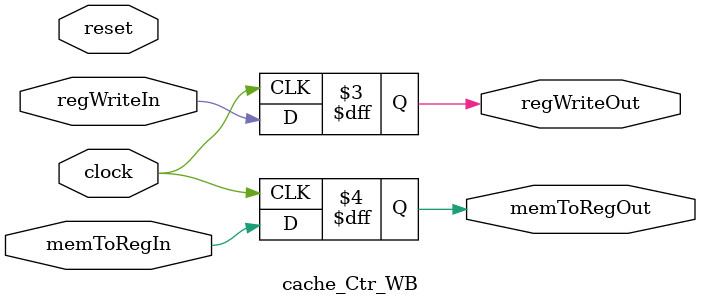
<source format=v>
`timescale 1ns / 1ps
module cache_IF_ID(clock, reset, pcIn,instIn,stall,pcOut,instOut);
	input clock;
	input reset;
	input stall;
	input [31:0] pcIn;
	input [31:0] instIn;
	output reg [31:0] pcOut;
	output reg [31:0] instOut;
	
	initial begin
		pcOut <= 0;
		instOut <= 0;
	end
	always @ (posedge clock)
	begin
		if(!stall)
		begin
		  instOut=instIn;
	    end
		pcOut = pcIn;
	end
endmodule

module cache_ID_EX(clock, reset, pcIn,dataIn1,dataIn2,extendIn,inst11_15In,inst16_20In,inst21_25In,
                                pcOut,dataOut1,dataOut2,extendOut,inst11_15Out,inst16_20Out,inst21_25Out);
	input clock;
	input reset;
	input [31:0] pcIn;
	input [31:0] dataIn1;
	input [31:0] dataIn2;
	input [31:0] extendIn;
	inout [4:0] inst11_15In;
	inout [4:0] inst16_20In;
	inout [4:0] inst21_25In;
	output reg [31:0] pcOut;
	output reg [31:0] dataOut1;
	output reg [31:0] dataOut2;
	output reg [31:0] extendOut;
	output reg [4:0] inst11_15Out;
	output reg [4:0] inst16_20Out;
	output reg [4:0] inst21_25Out;
	
	initial begin
		pcOut <= 0;
		dataOut1 <= 0;
		dataOut2 <= 0;
		extendOut <= 0;
		inst11_15Out <=0;
		inst16_20Out <= 0;
		inst21_25Out <= 0;
	end
	always @ (posedge clock)
	begin
		pcOut = pcIn;
		dataOut1 <= dataIn1;
		dataOut2 <= dataIn2;
		extendOut <= extendIn;
		inst11_15Out <= inst11_15In;
		inst16_20Out <= inst16_20In;
		inst21_25Out <= inst21_25In;
	end
endmodule

module cache_EX_MEM(clock, reset, addResIn, ALUresIn, zeroIn, readData2In, regAddrIn, 
                                addResOut,ALUresOut,zeroOut,readData2Out,regAddrOut);
	input clock;
	input reset;
	input zeroIn;
	input [31:0] addResIn;
	input [31:0] ALUresIn;
	input [31:0] readData2In;
	input [31:0] regAddrIn;
	output reg zeroOut;
	output reg [31:0] addResOut;
	output reg [31:0] ALUresOut;
	output reg [31:0] readData2Out;
	output reg [31:0] regAddrOut;
	
	initial begin
		zeroOut <= 0;
		addResOut <= 0;
		ALUresOut <= 0;
		readData2Out<=0;
		regAddrOut <= 0;
	end
	always @ (posedge clock)
	begin
		zeroOut <= zeroIn;
		addResOut <= addResIn;
		ALUresOut <= ALUresIn;
		readData2Out<=readData2In;
		regAddrOut <= regAddrIn;
	end
endmodule

module cache_MEM_WB(clock, reset, memDataIn, ALUresIn,regAddrIn, memDataOut, ALUresOut,regAddrOut);
	input clock;
	input reset;
	input [31:0] memDataIn;
	input [31:0] ALUresIn;
	input [31:0] regAddrIn;
	output reg [31:0] memDataOut;
	output reg [31:0] ALUresOut;
	output reg [31:0] regAddrOut;
	
	initial begin
		memDataOut <= 0;
		ALUresOut <= 0;
		regAddrOut <= 0;
	end
	always @ (posedge clock)
	begin
		memDataOut <= memDataIn;
		ALUresOut <= ALUresIn;
		regAddrOut <= regAddrIn;
	end
endmodule

module cache_Ctr_EX(clock, reset, regDstIn, AluOpIn, AluSrcIn, regDstOut, AluOpOut, AluSrcOut);
	input clock;
	input reset;
	input regDstIn;
	input [2:0] AluOpIn;
	input AluSrcIn;
	output reg regDstOut;
	output reg [2:0] AluOpOut;
	output reg AluSrcOut;
	
	initial begin
		regDstOut = 0;
		AluOpOut = 0;
		AluSrcOut = 0;
	end
	
	always @ (posedge clock)
	begin
		regDstOut = regDstIn;
		AluOpOut = AluOpIn;
		AluSrcOut = AluSrcIn;
	end
endmodule

module cache_Ctr_MEM(clock, reset, branchIn, memReadIn, memWriteIn, branchOut, memReadOut, memWriteOut);
	input clock;
	input reset;
	input branchIn;
	input memReadIn;
	input memWriteIn;
	output reg branchOut;
	output reg memReadOut;
	output reg memWriteOut;
	
	initial begin
		branchOut = 0;
		memReadOut = 0;
		memWriteOut = 0;
	end	
	always @ (posedge clock)
	begin
		branchOut = branchIn;
		memReadOut = memReadIn;
		memWriteOut = memWriteIn;
	end
endmodule

module cache_Ctr_WB(clock, reset, regWriteIn, memToRegIn, regWriteOut, memToRegOut);
	input clock;
	input reset;
	input regWriteIn;
	input memToRegIn;
	output reg regWriteOut;
	output reg memToRegOut;
	
	initial begin
		regWriteOut = 0;
		memToRegOut = 0;
	end
	
	always @ (posedge clock)
	begin
		regWriteOut = regWriteIn;
		memToRegOut = memToRegIn;
	end
endmodule


</source>
